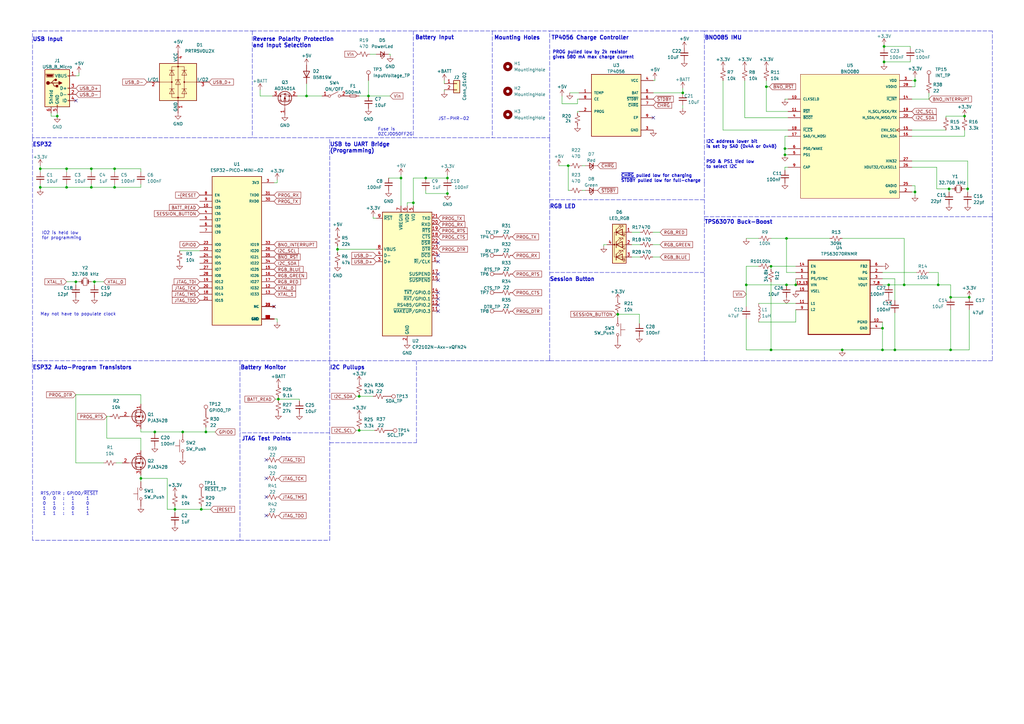
<source format=kicad_sch>
(kicad_sch (version 20211123) (generator eeschema)
  (paper "A3")
  (junction (at 125.73 39.37))
  (junction (at 362.585 25.4))
  (junction (at 396.875 77.47))
  (junction (at 16.51 69.215))
  (junction (at 37.465 76.835))
  (junction (at 183.515 79.375))
  (junction (at 280.035 38.1))
  (junction (at 322.58 116.84))
  (junction (at 74.93 177.165))
  (junction (at 147.32 162.56))
  (junction (at 316.23 143.51))
  (junction (at 384.81 116.84))
  (junction (at 314.325 35.56))
  (junction (at 362.585 19.05))
  (junction (at 27.305 76.835))
  (junction (at 233.045 67.945))
  (junction (at 27.305 69.215))
  (junction (at 63.5 177.165))
  (junction (at 389.255 77.47))
  (junction (at 321.945 63.5))
  (junction (at 84.455 177.165))
  (junction (at 361.95 143.51))
  (junction (at 23.495 47.625))
  (junction (at 57.785 196.215))
  (junction (at 364.49 116.84))
  (junction (at 164.465 73.025))
  (junction (at 37.465 69.215))
  (junction (at 389.89 121.92))
  (junction (at 367.03 143.51))
  (junction (at 370.84 116.84))
  (junction (at 174.625 73.025))
  (junction (at 169.545 83.185))
  (junction (at 316.23 109.22))
  (junction (at 31.115 115.57))
  (junction (at 114.173 163.703))
  (junction (at 46.99 76.835))
  (junction (at 361.95 134.62))
  (junction (at 345.44 143.51))
  (junction (at 82.55 208.915))
  (junction (at 46.99 69.215))
  (junction (at 322.58 97.79))
  (junction (at 151.13 39.37))
  (junction (at 326.39 116.84))
  (junction (at 397.51 121.92))
  (junction (at 375.285 33.02))
  (junction (at 306.07 116.84))
  (junction (at 16.51 76.835))
  (junction (at 147.32 176.53))
  (junction (at 183.515 73.025))
  (junction (at 395.605 47.625))
  (junction (at 38.735 115.57))
  (junction (at 71.755 208.915))
  (junction (at 375.285 78.74))
  (junction (at 138.43 102.235))
  (junction (at 321.945 60.96))
  (junction (at 253.365 128.905))
  (junction (at 389.89 143.51))
  (no_connect (at 179.705 104.775))
  (no_connect (at 31.115 41.275))
  (no_connect (at 179.705 107.315))
  (no_connect (at 109.22 211.455))
  (no_connect (at 109.22 203.835))
  (no_connect (at 109.22 196.215))
  (no_connect (at 109.22 188.595))
  (no_connect (at 179.705 114.935))
  (no_connect (at 179.705 122.555))
  (no_connect (at 179.705 127.635))
  (no_connect (at 179.705 125.095))
  (no_connect (at 112.395 125.73))
  (no_connect (at 179.705 99.695))
  (no_connect (at 179.705 112.395))
  (no_connect (at 179.705 120.015))
  (no_connect (at 267.97 48.26))
  (wire (pts (xy 167.005 83.185) (xy 167.005 84.455)))
  (polyline (pts (xy 135.255 56.515) (xy 225.425 56.515)))
  (polyline (pts (xy 225.425 81.915) (xy 288.925 81.915)))
  (polyline (pts (xy 13.335 56.515) (xy 13.335 12.7)))
  (wire (pts (xy 321.945 60.96) (xy 321.945 63.5)))
  (wire (pts (xy 164.465 73.025) (xy 159.385 73.025)))
  (wire (pts (xy 374.015 40.64) (xy 381 40.64)))
  (polyline (pts (xy 288.925 74.93) (xy 288.925 12.7)))
  (wire (pts (xy 270.764 95.25) (xy 267.716 95.25)))
  (wire (pts (xy 236.855 42.545) (xy 230.505 42.545)))
  (wire (pts (xy 57.785 175.895) (xy 57.785 177.165)))
  (wire (pts (xy 57.785 76.835) (xy 57.785 75.565)))
  (wire (pts (xy 20.955 47.625) (xy 23.495 47.625)))
  (polyline (pts (xy 135.255 181.61) (xy 170.815 181.61)))
  (wire (pts (xy 169.545 83.185) (xy 167.005 83.185)))
  (wire (pts (xy 270.764 100.33) (xy 267.716 100.33)))
  (wire (pts (xy 20.955 46.355) (xy 20.955 47.625)))
  (wire (pts (xy 233.68 38.1) (xy 237.49 38.1)))
  (wire (pts (xy 63.5 177.165) (xy 74.93 177.165)))
  (wire (pts (xy 147.32 162.56) (xy 153.035 162.56)))
  (wire (pts (xy 138.43 102.235) (xy 154.305 102.235)))
  (wire (pts (xy 361.95 143.51) (xy 345.44 143.51)))
  (wire (pts (xy 384.81 116.84) (xy 389.89 116.84)))
  (wire (pts (xy 16.51 69.215) (xy 27.305 69.215)))
  (wire (pts (xy 106.68 39.37) (xy 106.68 36.83)))
  (polyline (pts (xy 98.425 221.615) (xy 13.335 221.615)))
  (wire (pts (xy 314.325 35.56) (xy 314.325 33.02)))
  (wire (pts (xy 236.855 40.64) (xy 236.855 42.545)))
  (wire (pts (xy 311.15 109.22) (xy 306.07 109.22)))
  (polyline (pts (xy 225.425 111.76) (xy 288.925 111.76)))
  (wire (pts (xy 153.035 88.9) (xy 153.035 89.535)))
  (polyline (pts (xy 98.425 221.615) (xy 135.255 221.615)))
  (wire (pts (xy 321.945 55.88) (xy 323.215 55.88)))
  (wire (pts (xy 238.76 78.105) (xy 240.03 78.105)))
  (wire (pts (xy 280.035 43.18) (xy 280.035 44.45)))
  (wire (pts (xy 43.815 170.815) (xy 45.085 170.815)))
  (wire (pts (xy 31.115 161.925) (xy 31.115 189.865)))
  (wire (pts (xy 381 38.1) (xy 381 40.64)))
  (wire (pts (xy 31.115 116.84) (xy 31.115 115.57)))
  (wire (pts (xy 253.365 128.905) (xy 253.365 130.175)))
  (wire (pts (xy 389.89 127) (xy 389.89 143.51)))
  (polyline (pts (xy 407.035 147.955) (xy 288.925 147.955)))
  (wire (pts (xy 46.99 76.835) (xy 57.785 76.835)))
  (wire (pts (xy 305.435 33.02) (xy 305.435 48.26)))
  (wire (pts (xy 238.76 67.945) (xy 240.03 67.945)))
  (polyline (pts (xy 103.505 12.7) (xy 103.505 56.515)))
  (wire (pts (xy 361.95 132.08) (xy 361.95 134.62)))
  (wire (pts (xy 147.32 176.53) (xy 153.67 176.53)))
  (wire (pts (xy 364.49 116.84) (xy 361.95 116.84)))
  (wire (pts (xy 74.93 177.165) (xy 74.93 177.8)))
  (polyline (pts (xy 170.815 181.61) (xy 170.815 147.955)))
  (wire (pts (xy 389.255 77.47) (xy 390.525 77.47)))
  (wire (pts (xy 47.625 189.865) (xy 50.165 189.865)))
  (wire (pts (xy 270.764 105.41) (xy 267.716 105.41)))
  (wire (pts (xy 57.785 69.215) (xy 46.99 69.215)))
  (wire (pts (xy 27.305 69.215) (xy 27.305 70.485)))
  (polyline (pts (xy 225.425 147.955) (xy 135.255 147.955)))
  (wire (pts (xy 268.605 33.02) (xy 267.97 33.02)))
  (wire (pts (xy 169.545 73.025) (xy 174.625 73.025)))
  (wire (pts (xy 146.05 176.53) (xy 147.32 176.53)))
  (wire (pts (xy 362.585 25.4) (xy 362.585 26.035)))
  (wire (pts (xy 112.903 163.703) (xy 114.173 163.703)))
  (wire (pts (xy 321.945 60.96) (xy 323.215 60.96)))
  (wire (pts (xy 114.173 163.703) (xy 114.173 164.338)))
  (wire (pts (xy 82.55 208.915) (xy 86.36 208.915)))
  (wire (pts (xy 27.305 115.57) (xy 31.115 115.57)))
  (wire (pts (xy 306.07 97.79) (xy 311.15 97.79)))
  (wire (pts (xy 262.636 100.33) (xy 259.08 100.33)))
  (wire (pts (xy 146.05 162.56) (xy 147.32 162.56)))
  (wire (pts (xy 182.245 33.02) (xy 182.245 34.29)))
  (wire (pts (xy 63.5 177.165) (xy 63.5 177.8)))
  (wire (pts (xy 316.23 115.57) (xy 316.23 143.51)))
  (polyline (pts (xy 288.925 147.955) (xy 225.425 147.955)))
  (wire (pts (xy 262.255 132.715) (xy 262.255 128.905)))
  (wire (pts (xy 345.44 97.79) (xy 370.84 97.79)))
  (wire (pts (xy 321.945 63.5) (xy 323.215 63.5)))
  (wire (pts (xy 38.735 115.57) (xy 42.545 115.57)))
  (wire (pts (xy 230.505 42.545) (xy 230.505 39.37)))
  (wire (pts (xy 182.245 36.83) (xy 182.245 37.465)))
  (wire (pts (xy 37.465 76.835) (xy 46.99 76.835)))
  (wire (pts (xy 387.985 47.625) (xy 395.605 47.625)))
  (wire (pts (xy 57.785 177.165) (xy 63.5 177.165)))
  (wire (pts (xy 84.455 175.26) (xy 84.455 177.165)))
  (wire (pts (xy 247.65 100.33) (xy 248.92 100.33)))
  (wire (pts (xy 16.51 67.945) (xy 16.51 69.215)))
  (wire (pts (xy 321.945 69.85) (xy 321.945 68.58)))
  (wire (pts (xy 311.15 124.46) (xy 326.39 124.46)))
  (wire (pts (xy 114.173 163.703) (xy 122.809 163.703)))
  (wire (pts (xy 125.73 39.37) (xy 125.73 34.29)))
  (wire (pts (xy 151.13 39.37) (xy 160.02 39.37)))
  (wire (pts (xy 326.39 111.76) (xy 322.58 111.76)))
  (wire (pts (xy 306.07 130.81) (xy 306.07 143.51)))
  (polyline (pts (xy 201.93 12.7) (xy 201.93 56.515)))
  (wire (pts (xy 253.365 128.27) (xy 253.365 128.905)))
  (wire (pts (xy 374.015 53.34) (xy 387.985 53.34)))
  (polyline (pts (xy 225.425 56.515) (xy 225.425 147.955)))
  (polyline (pts (xy 13.335 147.955) (xy 135.255 147.955)))
  (wire (pts (xy 37.465 69.215) (xy 37.465 70.485)))
  (wire (pts (xy 375.285 35.56) (xy 375.285 33.02)))
  (wire (pts (xy 268.605 32.385) (xy 268.605 33.02)))
  (wire (pts (xy 68.58 196.215) (xy 68.58 208.915)))
  (polyline (pts (xy 225.425 147.955) (xy 225.425 147.32)))
  (wire (pts (xy 384.175 77.47) (xy 389.255 77.47)))
  (wire (pts (xy 374.015 35.56) (xy 375.285 35.56)))
  (wire (pts (xy 46.99 69.215) (xy 37.465 69.215)))
  (wire (pts (xy 305.435 48.26) (xy 323.215 48.26)))
  (wire (pts (xy 384.175 77.47) (xy 384.175 68.58)))
  (polyline (pts (xy 135.255 177.546) (xy 98.425 177.546)))
  (wire (pts (xy 32.385 29.845) (xy 32.385 31.115)))
  (wire (pts (xy 71.755 208.915) (xy 71.755 210.185)))
  (wire (pts (xy 306.07 116.84) (xy 306.07 125.73)))
  (wire (pts (xy 361.95 114.3) (xy 367.03 114.3)))
  (wire (pts (xy 16.51 69.215) (xy 16.51 70.485)))
  (wire (pts (xy 370.84 97.79) (xy 370.84 116.84)))
  (wire (pts (xy 169.545 83.185) (xy 169.545 73.025)))
  (wire (pts (xy 71.755 208.915) (xy 68.58 208.915)))
  (wire (pts (xy 316.23 97.79) (xy 322.58 97.79)))
  (wire (pts (xy 233.68 67.945) (xy 233.045 67.945)))
  (wire (pts (xy 389.89 121.92) (xy 397.51 121.92)))
  (wire (pts (xy 267.97 38.1) (xy 280.035 38.1)))
  (wire (pts (xy 112.395 74.93) (xy 113.665 74.93)))
  (wire (pts (xy 396.875 77.47) (xy 396.875 66.04)))
  (wire (pts (xy 396.875 77.47) (xy 396.875 78.74)))
  (wire (pts (xy 82.55 207.645) (xy 82.55 208.915)))
  (wire (pts (xy 395.605 55.88) (xy 395.605 53.34)))
  (wire (pts (xy 27.305 76.835) (xy 37.465 76.835)))
  (wire (pts (xy 16.51 75.565) (xy 16.51 76.835)))
  (wire (pts (xy 362.585 19.05) (xy 362.585 19.685)))
  (wire (pts (xy 174.625 73.025) (xy 183.515 73.025)))
  (polyline (pts (xy 13.335 56.515) (xy 13.335 147.955)))
  (wire (pts (xy 397.51 143.51) (xy 389.89 143.51)))
  (wire (pts (xy 23.495 46.355) (xy 23.495 47.625)))
  (wire (pts (xy 389.89 116.84) (xy 389.89 121.92)))
  (wire (pts (xy 316.23 143.51) (xy 345.44 143.51)))
  (wire (pts (xy 374.015 55.88) (xy 395.605 55.88)))
  (wire (pts (xy 32.385 31.115) (xy 31.115 31.115)))
  (wire (pts (xy 147.32 39.37) (xy 151.13 39.37)))
  (wire (pts (xy 367.03 128.27) (xy 367.03 143.51)))
  (wire (pts (xy 373.38 25.4) (xy 373.38 24.765)))
  (wire (pts (xy 164.465 71.755) (xy 164.465 73.025)))
  (wire (pts (xy 389.255 78.74) (xy 389.255 77.47)))
  (wire (pts (xy 233.045 78.105) (xy 233.68 78.105)))
  (wire (pts (xy 160.02 22.86) (xy 160.02 22.225)))
  (wire (pts (xy 362.585 24.765) (xy 362.585 25.4)))
  (wire (pts (xy 153.035 89.535) (xy 154.305 89.535)))
  (polyline (pts (xy 407.035 88.9) (xy 407.035 147.955)))
  (wire (pts (xy 374.015 33.02) (xy 375.285 33.02)))
  (wire (pts (xy 375.285 31.75) (xy 375.285 33.02)))
  (wire (pts (xy 57.785 179.705) (xy 57.785 184.785)))
  (wire (pts (xy 375.285 76.2) (xy 375.285 78.74)))
  (wire (pts (xy 321.945 55.88) (xy 321.945 60.96)))
  (wire (pts (xy 37.465 75.565) (xy 37.465 76.835)))
  (wire (pts (xy 397.51 127) (xy 397.51 143.51)))
  (polyline (pts (xy 225.425 12.7) (xy 288.925 12.7)))
  (wire (pts (xy 121.92 39.37) (xy 125.73 39.37)))
  (wire (pts (xy 387.985 48.26) (xy 387.985 47.625)))
  (wire (pts (xy 322.58 111.76) (xy 322.58 97.79)))
  (wire (pts (xy 362.585 25.4) (xy 373.38 25.4)))
  (wire (pts (xy 57.785 194.945) (xy 57.785 196.215)))
  (wire (pts (xy 138.43 100.965) (xy 138.43 102.235)))
  (wire (pts (xy 111.76 39.37) (xy 106.68 39.37)))
  (wire (pts (xy 38.735 115.57) (xy 38.735 116.84)))
  (wire (pts (xy 57.785 196.215) (xy 57.785 197.485)))
  (polyline (pts (xy 135.255 147.955) (xy 135.255 56.515)))
  (polyline (pts (xy 169.545 12.7) (xy 169.545 56.515)))
  (wire (pts (xy 367.03 143.51) (xy 361.95 143.51)))
  (wire (pts (xy 373.38 19.05) (xy 373.38 19.685)))
  (wire (pts (xy 71.755 207.645) (xy 71.755 208.915)))
  (polyline (pts (xy 225.425 56.515) (xy 225.425 12.7)))
  (wire (pts (xy 73.66 102.87) (xy 81.915 102.87)))
  (wire (pts (xy 233.045 67.945) (xy 233.045 78.105)))
  (wire (pts (xy 381 111.76) (xy 384.81 111.76)))
  (wire (pts (xy 57.785 196.215) (xy 68.58 196.215)))
  (wire (pts (xy 384.175 68.58) (xy 374.015 68.58)))
  (wire (pts (xy 280.035 36.195) (xy 280.035 38.1)))
  (wire (pts (xy 370.84 116.84) (xy 384.81 116.84)))
  (wire (pts (xy 233.045 67.945) (xy 229.235 67.945)))
  (wire (pts (xy 314.325 45.72) (xy 323.215 45.72)))
  (wire (pts (xy 236.855 45.72) (xy 237.49 45.72)))
  (wire (pts (xy 315.595 35.56) (xy 314.325 35.56)))
  (polyline (pts (xy 135.255 147.955) (xy 135.255 177.546)))
  (wire (pts (xy 316.23 109.22) (xy 316.23 110.49)))
  (wire (pts (xy 311.15 132.08) (xy 326.39 132.08)))
  (wire (pts (xy 370.84 116.84) (xy 364.49 116.84)))
  (wire (pts (xy 46.99 75.565) (xy 46.99 76.835)))
  (wire (pts (xy 236.855 40.64) (xy 237.49 40.64)))
  (polyline (pts (xy 201.93 12.7) (xy 225.425 12.7)))
  (polyline (pts (xy 98.425 147.955) (xy 98.425 221.615)))
  (wire (pts (xy 262.636 105.41) (xy 259.08 105.41)))
  (wire (pts (xy 375.285 78.74) (xy 375.285 80.01)))
  (wire (pts (xy 147.32 176.53) (xy 147.32 175.895)))
  (polyline (pts (xy 135.255 221.615) (xy 135.255 177.165)))
  (wire (pts (xy 160.02 22.225) (xy 159.385 22.225)))
  (wire (pts (xy 384.81 111.76) (xy 384.81 116.84)))
  (wire (pts (xy 183.515 78.105) (xy 183.515 79.375)))
  (wire (pts (xy 314.325 35.56) (xy 314.325 45.72)))
  (wire (pts (xy 326.39 132.08) (xy 326.39 127)))
  (wire (pts (xy 326.39 114.3) (xy 326.39 116.84)))
  (wire (pts (xy 31.115 189.865) (xy 42.545 189.865)))
  (wire (pts (xy 16.51 76.835) (xy 27.305 76.835)))
  (wire (pts (xy 16.51 76.835) (xy 16.51 77.47)))
  (wire (pts (xy 296.545 53.34) (xy 296.545 33.02)))
  (wire (pts (xy 74.93 177.165) (xy 84.455 177.165)))
  (wire (pts (xy 122.809 164.465) (xy 122.809 163.703)))
  (wire (pts (xy 389.89 143.51) (xy 367.03 143.51)))
  (wire (pts (xy 37.465 69.215) (xy 27.305 69.215)))
  (wire (pts (xy 84.455 177.165) (xy 88.265 177.165)))
  (wire (pts (xy 375.285 78.74) (xy 374.015 78.74)))
  (wire (pts (xy 138.43 102.235) (xy 138.43 103.505)))
  (wire (pts (xy 361.95 134.62) (xy 361.95 143.51)))
  (wire (pts (xy 322.58 116.84) (xy 326.39 116.84)))
  (polyline (pts (xy 13.335 12.7) (xy 103.505 12.7)))
  (polyline (pts (xy 103.505 12.7) (xy 169.545 12.7)))
  (wire (pts (xy 37.465 115.57) (xy 38.735 115.57)))
  (wire (pts (xy 321.945 40.64) (xy 323.215 40.64)))
  (wire (pts (xy 247.65 100.965) (xy 247.65 100.33)))
  (wire (pts (xy 31.115 115.57) (xy 32.385 115.57)))
  (wire (pts (xy 114.173 163.068) (xy 114.173 163.703)))
  (wire (pts (xy 113.665 130.81) (xy 112.395 130.81)))
  (wire (pts (xy 367.03 114.3) (xy 367.03 123.19)))
  (wire (pts (xy 396.875 66.04) (xy 374.015 66.04)))
  (wire (pts (xy 183.515 79.375) (xy 174.625 79.375)))
  (wire (pts (xy 306.07 143.51) (xy 316.23 143.51)))
  (wire (pts (xy 151.765 22.225) (xy 154.305 22.225)))
  (wire (pts (xy 57.785 70.485) (xy 57.785 69.215)))
  (wire (pts (xy 252.73 128.905) (xy 253.365 128.905)))
  (wire (pts (xy 174.625 79.375) (xy 174.625 78.105)))
  (wire (pts (xy 262.636 95.25) (xy 259.08 95.25)))
  (wire (pts (xy 262.255 128.905) (xy 253.365 128.905)))
  (wire (pts (xy 71.755 208.915) (xy 82.55 208.915)))
  (wire (pts (xy 169.545 83.185) (xy 169.545 84.455)))
  (wire (pts (xy 183.515 71.755) (xy 183.515 73.025)))
  (polyline (pts (xy 407.035 88.9) (xy 407.035 12.7)))
  (wire (pts (xy 395.605 77.47) (xy 396.875 77.47)))
  (wire (pts (xy 236.855 46.355) (xy 236.855 45.72)))
  (wire (pts (xy 57.785 161.925) (xy 31.115 161.925)))
  (wire (pts (xy 43.815 179.705) (xy 57.785 179.705)))
  (wire (pts (xy 46.99 69.215) (xy 46.99 70.485)))
  (wire (pts (xy 306.07 109.22) (xy 306.07 116.84)))
  (wire (pts (xy 374.015 76.2) (xy 375.285 76.2)))
  (polyline (pts (xy 13.335 221.615) (xy 13.335 145.415)))
  (wire (pts (xy 323.215 53.34) (xy 296.545 53.34)))
  (wire (pts (xy 322.58 97.79) (xy 340.36 97.79)))
  (wire (pts (xy 151.13 33.02) (xy 151.13 39.37)))
  (polyline (pts (xy 169.545 12.7) (xy 201.93 12.7)))
  (polyline (pts (xy 407.035 12.7) (xy 288.925 12.7)))
  (wire (pts (xy 27.305 75.565) (xy 27.305 76.835)))
  (polyline (pts (xy 288.925 74.93) (xy 288.925 88.9)))
  (wire (pts (xy 362.585 19.05) (xy 373.38 19.05)))
  (polyline (pts (xy 288.925 88.9) (xy 407.035 88.9)))
  (polyline (pts (xy 288.925 147.955) (xy 288.925 88.9)))
  (wire (pts (xy 321.945 68.58) (xy 323.215 68.58)))
  (polyline (pts (xy 135.255 56.515) (xy 13.335 56.515)))
  (wire (pts (xy 147.32 162.56) (xy 147.32 161.925)))
  (wire (pts (xy 57.785 161.925) (xy 57.785 165.735)))
  (wire (pts (xy 164.465 73.025) (xy 164.465 84.455)))
  (wire (pts (xy 395.605 47.625) (xy 395.605 48.26)))
  (wire (pts (xy 361.95 111.76) (xy 375.92 111.76)))
  (wire (pts (xy 125.73 39.37) (xy 132.08 39.37)))
  (wire (pts (xy 316.23 109.22) (xy 326.39 109.22)))
  (wire (pts (xy 43.815 170.815) (xy 43.815 179.705)))
  (wire (pts (xy 113.665 132.08) (xy 113.665 130.81)))
  (wire (pts (xy 362.585 18.415) (xy 362.585 19.05)))
  (wire (pts (xy 113.665 74.93) (xy 113.665 73.66)))
  (wire (pts (xy 306.07 116.84) (xy 322.58 116.84)))
  (text "RTS/DTR : GPIO0/~{RESET}\n 0   0   :   1     1\n 0   1   :   1     0\n 1   0   :   0     1\n 1   1   :   1     1" (at 16.51 211.455 0) (effects (font (size 1.27 1.27)) (justify left bottom)))
  (text "PROG pulled low by 2k resistor\ngives 580 mA max charge current\n" (at 226.568 24.257 0) (effects (font (size 1.27 1.27) bold) (justify left bottom)))
  (text "May not have to populate clock" (at 16.51 129.667 0) (effects (font (size 1.27 1.27)) (justify left bottom)))
  (text "BNO085 IMU" (at 288.925 16.51 0) (effects (font (size 1.6 1.6) (thickness 0.32) bold) (justify left bottom)))
  (text "USB Input" (at 13.335 17.145 0) (effects (font (size 1.6 1.6) (thickness 0.32) bold) (justify left bottom)))
  (text "ESP32\n" (at 13.335 60.325 0) (effects (font (size 1.6 1.6) (thickness 0.32) bold) (justify left bottom)))
  (text "IO2 is held low \nfor programming" (at 17.145 98.425 0) (effects (font (size 1.27 1.27)) (justify left bottom)))
  (text "Mounting Holes" (at 202.565 16.51 0) (effects (font (size 1.6 1.6) (thickness 0.32) bold) (justify left bottom)))
  (text "Reverse Polarity Protection\nand Input Selection" (at 103.505 19.685 0) (effects (font (size 1.6 1.6) (thickness 0.32) bold) (justify left bottom)))
  (text "JST-PHR-02" (at 179.705 49.53 0) (effects (font (size 1.27 1.27)) (justify left bottom)))
  (text "I2C address lower bit \nis set by SA0 (0x4A or 0x4B)" (at 289.56 60.96 0) (effects (font (size 1.27 1.27) bold) (justify left bottom)))
  (text "Fuse is\n0ZCJ0050FF2G" (at 154.94 55.88 0) (effects (font (size 1.27 1.27)) (justify left bottom)))
  (text "Battery Monitor\n" (at 98.552 151.765 0) (effects (font (size 1.6 1.6) (thickness 0.32) bold) (justify left bottom)))
  (text "USB to UART Bridge\n(Programming)" (at 135.255 62.865 0) (effects (font (size 1.6 1.6) (thickness 0.32) bold) (justify left bottom)))
  (text "JTAG Test Points" (at 99.06 180.975 0) (effects (font (size 1.6 1.6) (thickness 0.32) bold) (justify left bottom)))
  (text "I2C Pullups" (at 135.255 151.765 0) (effects (font (size 1.6 1.6) (thickness 0.32) bold) (justify left bottom)))
  (text "Session Button\n" (at 225.425 115.57 0) (effects (font (size 1.6 1.6) (thickness 0.32) bold) (justify left bottom)))
  (text "~{CHRG} pulled low for charging\n~{STDBY} pulled low for full-charge" (at 254.635 74.93 0) (effects (font (size 1.27 1.27) bold) (justify left bottom)))
  (text "ESP32 Auto-Program Transistors" (at 13.335 151.765 0) (effects (font (size 1.6 1.6) (thickness 0.32) bold) (justify left bottom)))
  (text "RGB LED" (at 225.425 85.725 0) (effects (font (size 1.6 1.6) (thickness 0.32) bold) (justify left bottom)))
  (text "Battery Input" (at 170.18 16.4063 0) (effects (font (size 1.6 1.6) (thickness 0.32) bold) (justify left bottom)))
  (text "PS0 & PS1 tied low \nto select I2C" (at 289.56 69.215 0) (effects (font (size 1.27 1.27) bold) (justify left bottom)))
  (text "TP4056 Charge Controller" (at 226.06 16.51 0) (effects (font (size 1.6 1.6) (thickness 0.32) bold) (justify left bottom)))
  (text "TPS63070 Buck-Boost" (at 288.925 92.075 0) (effects (font (size 1.6 1.6) (thickness 0.32) bold) (justify left bottom)))
  (global_label "XTAL_0" (shape input) (at 42.545 115.57 0) (property "Intersheet References" "${INTERSHEET_REFS}" (effects hide)))
  (global_label "USB_D-" (shape input) (at 31.115 38.735 0) (property "Intersheet References" "${INTERSHEET_REFS}" (effects hide)))
  (global_label "PROG_RX" (shape input) (at 210.185 104.775 0) (property "Intersheet References" "${INTERSHEET_REFS}" (effects hide)))
  (global_label "GPIO0" (shape input) (at 88.265 177.165 0) (property "Intersheet References" "${INTERSHEET_REFS}" (effects hide)))
  (global_label "USB_D-" (shape input) (at 154.305 104.775 180) (property "Intersheet References" "${INTERSHEET_REFS}" (effects hide)))
  (global_label "I2C_SCL" (shape input) (at 146.05 176.53 180) (property "Intersheet References" "${INTERSHEET_REFS}" (effects hide)))
  (global_label "~{STDBY}" (shape input) (at 245.11 78.105 0) (property "Intersheet References" "${INTERSHEET_REFS}" (effects hide)))
  (global_label "SESSION_BUTTON" (shape input) (at 81.915 87.63 180) (property "Intersheet References" "${INTERSHEET_REFS}" (effects hide)))
  (global_label "PROG_DTR" (shape input) (at 31.115 161.925 180) (property "Intersheet References" "${INTERSHEET_REFS}" (effects hide)))
  (global_label "RGB_RED" (shape input) (at 270.764 95.25 0) (property "Intersheet References" "${INTERSHEET_REFS}" (effects hide)))
  (global_label "JTAG_TDO" (shape input) (at 114.3 211.455 0) (property "Intersheet References" "${INTERSHEET_REFS}" (effects hide)))
  (global_label "PROG_RTS" (shape input) (at 210.185 112.395 0) (property "Intersheet References" "${INTERSHEET_REFS}" (effects hide)))
  (global_label "~{RESET" (shape input) (at 81.915 80.01 180) (property "Intersheet References" "${INTERSHEET_REFS}" (effects hide)))
  (global_label "PROG_TX" (shape input) (at 210.185 97.155 0) (property "Intersheet References" "${INTERSHEET_REFS}" (effects hide)))
  (global_label "XTAL_0" (shape input) (at 112.395 118.11 0) (property "Intersheet References" "${INTERSHEET_REFS}" (effects hide)))
  (global_label "BATT_READ" (shape input) (at 112.903 163.703 180) (property "Intersheet References" "${INTERSHEET_REFS}" (effects hide)))
  (global_label "I2C_SDA" (shape input) (at 146.05 162.56 180) (property "Intersheet References" "${INTERSHEET_REFS}" (effects hide)))
  (global_label "~{BNO_RST}" (shape input) (at 112.395 105.41 0) (property "Intersheet References" "${INTERSHEET_REFS}" (effects hide)))
  (global_label "~{BNO_RST}" (shape input) (at 315.595 35.56 0) (property "Intersheet References" "${INTERSHEET_REFS}" (effects hide)))
  (global_label "RGB_GREEN" (shape input) (at 112.395 113.03 0) (property "Intersheet References" "${INTERSHEET_REFS}" (effects hide)))
  (global_label "~{STDBY}" (shape input) (at 267.97 40.64 0) (property "Intersheet References" "${INTERSHEET_REFS}" (effects hide)))
  (global_label "I2C_SDA" (shape input) (at 374.015 48.26 0) (property "Intersheet References" "${INTERSHEET_REFS}" (effects hide)))
  (global_label "JTAG_TDO" (shape input) (at 81.915 123.19 180) (property "Intersheet References" "${INTERSHEET_REFS}" (effects hide)))
  (global_label "JTAG_TDI" (shape input) (at 114.3 188.595 0) (property "Intersheet References" "${INTERSHEET_REFS}" (effects hide)))
  (global_label "RGB_BLUE" (shape input) (at 270.764 105.41 0) (property "Intersheet References" "${INTERSHEET_REFS}" (effects hide)))
  (global_label "XTAL_1" (shape input) (at 27.305 115.57 180) (property "Intersheet References" "${INTERSHEET_REFS}" (effects hide)))
  (global_label "Vin" (shape input) (at 146.685 22.225 180) (property "Intersheet References" "${INTERSHEET_REFS}" (effects hide)))
  (global_label "PROG_DTR" (shape input) (at 210.185 127.635 0) (property "Intersheet References" "${INTERSHEET_REFS}" (effects hide)))
  (global_label "Vin" (shape input) (at 306.07 120.65 180) (property "Intersheet References" "${INTERSHEET_REFS}" (effects hide)))
  (global_label "JTAG_TCK" (shape input) (at 81.915 118.11 180) (property "Intersheet References" "${INTERSHEET_REFS}" (effects hide)))
  (global_label "USB_D+" (shape input) (at 154.305 107.315 180) (property "Intersheet References" "${INTERSHEET_REFS}" (effects hide)))
  (global_label "JTAG_TMS" (shape input) (at 114.3 203.835 0) (property "Intersheet References" "${INTERSHEET_REFS}" (effects hide)))
  (global_label "GPIO0" (shape input) (at 81.915 100.33 180) (property "Intersheet References" "${INTERSHEET_REFS}" (effects hide)))
  (global_label "PROG_RTS" (shape input) (at 43.815 170.815 180) (property "Intersheet References" "${INTERSHEET_REFS}" (effects hide)))
  (global_label "I2C_SCL" (shape input) (at 112.395 102.87 0) (property "Intersheet References" "${INTERSHEET_REFS}" (effects hide)))
  (global_label "PROG_TX" (shape input) (at 179.705 89.535 0) (property "Intersheet References" "${INTERSHEET_REFS}" (effects hide)))
  (global_label "I2C_SDA" (shape input) (at 112.395 107.95 0) (property "Intersheet References" "${INTERSHEET_REFS}" (effects hide)))
  (global_label "USB_D+" (shape input) (at 85.725 33.655 0) (property "Intersheet References" "${INTERSHEET_REFS}" (effects hide)))
  (global_label "USB_D-" (shape input) (at 60.325 33.655 180) (property "Intersheet References" "${INTERSHEET_REFS}" (effects hide)))
  (global_label "PROG_CTS" (shape input) (at 179.705 97.155 0) (property "Intersheet References" "${INTERSHEET_REFS}" (effects hide)))
  (global_label "JTAG_TDI" (shape input) (at 81.915 115.57 180) (property "Intersheet References" "${INTERSHEET_REFS}" (effects hide)))
  (global_label "BATT_READ" (shape input) (at 81.915 85.09 180) (property "Intersheet References" "${INTERSHEET_REFS}" (effects hide)))
  (global_label "~{CHRG}" (shape input) (at 267.97 43.18 0) (property "Intersheet References" "${INTERSHEET_REFS}" (effects hide)))
  (global_label "RGB_BLUE" (shape input) (at 112.395 110.49 0) (property "Intersheet References" "${INTERSHEET_REFS}" (effects hide)))
  (global_label "BNO_INTERRUPT" (shape input) (at 381 40.64 0) (property "Intersheet References" "${INTERSHEET_REFS}" (effects hide)))
  (global_label "PROG_DTR" (shape input) (at 179.705 102.235 0) (property "Intersheet References" "${INTERSHEET_REFS}" (effects hide)))
  (global_label "XTAL_1" (shape input) (at 112.395 120.65 0) (property "Intersheet References" "${INTERSHEET_REFS}" (effects hide)))
  (global_label "PROG_RTS" (shape input) (at 179.705 94.615 0) (property "Intersheet References" "${INTERSHEET_REFS}" (effects hide)))
  (global_label "I2C_SCL" (shape input) (at 374.015 45.72 0) (property "Intersheet References" "${INTERSHEET_REFS}" (effects hide)))
  (global_label "PROG_RX" (shape input) (at 179.705 92.075 0) (property "Intersheet References" "${INTERSHEET_REFS}" (effects hide)))
  (global_label "JTAG_TMS" (shape input) (at 81.915 120.65 180) (property "Intersheet References" "${INTERSHEET_REFS}" (effects hide)))
  (global_label "PROG_CTS" (shape input) (at 210.185 120.015 0) (property "Intersheet References" "${INTERSHEET_REFS}" (effects hide)))
  (global_label "Vin" (shape input) (at 160.02 39.37 0) (property "Intersheet References" "${INTERSHEET_REFS}" (effects hide)))
  (global_label "~{RESET" (shape input) (at 86.36 208.915 0) (property "Intersheet References" "${INTERSHEET_REFS}" (effects hide)))
  (global_label "RGB_GREEN" (shape input) (at 270.764 100.33 0) (property "Intersheet References" "${INTERSHEET_REFS}" (effects hide)))
  (global_label "SESSION_BUTTON" (shape input) (at 252.73 128.905 180) (property "Intersheet References" "${INTERSHEET_REFS}" (effects hide)))
  (global_label "RGB_RED" (shape input) (at 112.395 115.57 0) (property "Intersheet References" "${INTERSHEET_REFS}" (effects hide)))
  (global_label "BNO_INTERRUPT" (shape input) (at 112.395 100.33 0) (property "Intersheet References" "${INTERSHEET_REFS}" (effects hide)))
  (global_label "USB_D+" (shape input) (at 31.115 36.195 0) (property "Intersheet References" "${INTERSHEET_REFS}" (effects hide)))
  (global_label "PROG_RX" (shape input) (at 112.395 80.01 0) (property "Intersheet References" "${INTERSHEET_REFS}" (effects hide)))
  (global_label "JTAG_TCK" (shape input) (at 114.3 196.215 0) (property "Intersheet References" "${INTERSHEET_REFS}" (effects hide)))
  (global_label "~{CHRG}" (shape input) (at 245.11 67.945 0) (property "Intersheet References" "${INTERSHEET_REFS}" (effects hide)))
  (global_label "PROG_TX" (shape input) (at 112.395 82.55 0) (property "Intersheet References" "${INTERSHEET_REFS}" (effects hide)))
  (symbol (lib_id "power:GND") (at 306.07 97.79 0) (unit 1)
    (property "Reference" "#PWR04" (effects hide))
    (property "Value" "GND" (effects hide))
  )
  (symbol (lib_id "Device:R_Small_US") (at 265.176 105.41 90) (unit 1)
    (property "Reference" "R28" (at 261.112 103.378 90))
    (property "Value" "470" (at 265.176 103.378 90))
    (property "Footprint" "Resistor_SMD:R_0603_1608Metric" (effects hide))
  )
  (symbol (lib_id "power:GND") (at 375.285 80.01 0) (unit 1)
    (property "Reference" "#PWR032" (effects hide))
    (property "Value" "GND" (effects hide))
  )
  (symbol (lib_id "Device:R_Small_US") (at 207.645 127.635 90) (unit 1)
    (property "Reference" "R35" (at 207.645 123.0462 90))
    (property "Value" "22" (at 207.645 125.5831 90))
    (property "Footprint" "Resistor_SMD:R_0603_1608Metric" (effects hide))
  )
  (symbol (lib_id "Device:R_Small_US") (at 316.23 113.03 180) (unit 1)
    (property "Reference" "R12" (at 318.77 113.03 90))
    (property "Value" "34.8k" (at 314.198 113.03 90))
    (property "Footprint" "Resistor_SMD:R_0603_1608Metric" (effects hide))
  )
  (symbol (lib_id "Device:LED_Small") (at 156.845 22.225 180) (unit 1)
    (property "Reference" "D5" (at 156.7815 16.51 0))
    (property "Value" "PowerLed" (at 156.7815 19.05 0))
    (property "Footprint" "LED_SMD:LED_0805_2012Metric_Pad1.15x1.40mm_HandSolder" (effects hide))
  )
  (symbol (lib_id "Device:C_Small") (at 71.755 212.725 0) (unit 1)
    (property "Reference" "C2" (at 74.295 211.4612 0) (effects (justify left)))
    (property "Value" "1uF" (at 74.295 214.0012 0) (effects (justify left)))
    (property "Footprint" "Capacitor_SMD:C_0603_1608Metric" (effects hide))
  )
  (symbol (lib_id "power:+3.3V") (at 296.545 27.94 0) (unit 1)
    (property "Reference" "#PWR024" (effects hide))
    (property "Value" "+3.3V" (at 296.545 24.3642 0))
  )
  (symbol (lib_id "power:GND") (at 253.365 140.335 0) (unit 1)
    (property "Reference" "#PWR0123" (effects hide))
    (property "Value" "GND" (effects hide))
  )
  (symbol (lib_id "power:GND") (at 183.515 79.375 0) (unit 1)
    (property "Reference" "#PWR023" (effects hide))
    (property "Value" "GND" (at 183.515 83.82 0))
  )
  (symbol (lib_id "Transistor_FET:AO3401A") (at 116.84 41.91 90) (unit 1)
    (property "Reference" "Q3" (at 116.84 33.7652 90))
    (property "Value" "AO3401A" (at 116.84 36.3021 90))
    (property "Footprint" "Package_TO_SOT_SMD:SOT-23" (effects hide))
    (property "Datasheet" "http://www.aosmd.com/pdfs/datasheet/AO3401A.pdf" (effects hide))
  )
  (symbol (lib_id "Device:R_Small_US") (at 147.32 173.355 0) (unit 1)
    (property "Reference" "R25" (at 149.225 172.0849 0) (effects (justify left)))
    (property "Value" "3.3k" (at 149.225 174.6249 0) (effects (justify left)))
    (property "Footprint" "Resistor_SMD:R_0603_1608Metric" (effects hide))
  )
  (symbol (lib_id "Device:C_Small") (at 280.035 40.64 0) (unit 1)
    (property "Reference" "C21" (at 284.48 39.37 0) (effects (justify right)))
    (property "Value" "10uF" (at 287.02 41.91 0) (effects (justify right)))
    (property "Footprint" "Capacitor_SMD:C_1206_3216Metric" (effects hide))
  )
  (symbol (lib_id "Device:R_Small_US") (at 156.21 176.53 90) (unit 1)
    (property "Reference" "R37" (at 156.21 171.9412 90))
    (property "Value" "22" (at 156.21 174.4781 90))
    (property "Footprint" "Resistor_SMD:R_0603_1608Metric" (effects hide))
  )
  (symbol (lib_id "power:+3.3V") (at 71.755 202.565 0) (unit 1)
    (property "Reference" "#PWR0122" (effects hide))
    (property "Value" "+3.3V" (at 71.755 198.9892 0))
  )
  (symbol (lib_id "Device:C_Small") (at 321.945 72.39 0) (unit 1)
    (property "Reference" "C11" (at 316.865 71.12 0) (effects (justify left)))
    (property "Value" "100nF" (at 314.325 73.66 0) (effects (justify left)))
    (property "Footprint" "Capacitor_SMD:C_0603_1608Metric" (effects hide))
  )
  (symbol (lib_id "power:GND") (at 321.945 74.93 0) (unit 1)
    (property "Reference" "#PWR029" (effects hide))
    (property "Value" "GND" (effects hide))
  )
  (symbol (lib_id "Device:C_Small") (at 367.03 125.73 0) (unit 1)
    (property "Reference" "C13" (at 361.95 124.46 0) (effects (justify left)))
    (property "Value" "100nF" (at 359.41 127 0) (effects (justify left)))
    (property "Footprint" "Capacitor_SMD:C_0603_1608Metric" (effects hide))
  )
  (symbol (lib_id "Device:LED_RGBK") (at 254 100.33 0) (unit 1)
    (property "Reference" "D6" (at 254 86.995 0))
    (property "Value" "LED_RGB" (at 254 89.535 0))
    (property "Footprint" "LED_THT:LED_D5.0mm-4_RGB" (effects hide))
  )
  (symbol (lib_id "Mechanical:MountingHole") (at 208.28 27.305 0) (unit 1)
    (property "Reference" "H1" (at 210.82 26.0349 0) (effects (justify left)))
    (property "Value" "MountingHole" (at 210.82 28.5749 0) (effects (justify left)))
    (property "Footprint" "MountingHole:MountingHole_2.2mm_M2_Pad_Via" (effects hide))
  )
  (symbol (lib_id "power:+5V") (at 32.385 29.845 0) (unit 1)
    (property "Reference" "#PWR02" (effects hide))
    (property "Value" "+5V" (at 32.385 26.035 0))
  )
  (symbol (lib_id "power:GND") (at 74.93 187.96 0) (unit 1)
    (property "Reference" "#PWR0106" (effects hide))
    (property "Value" "GND" (effects hide))
  )
  (symbol (lib_id "Device:R_Small_US") (at 305.435 30.48 0) (unit 1)
    (property "Reference" "R8" (at 307.086 29.6453 0) (effects (justify left)))
    (property "Value" "10k" (at 307.086 32.1822 0) (effects (justify left)))
    (property "Footprint" "Resistor_SMD:R_0603_1608Metric" (effects hide))
  )
  (symbol (lib_id "Switch:SW_Push") (at 74.93 182.88 90) (unit 1)
    (property "Reference" "SW2" (at 76.2 181.6099 90) (effects (justify right)))
    (property "Value" "SW_Push" (at 76.2 184.1499 90) (effects (justify right)))
    (property "Footprint" "Button_Switch_SMD:SW_Push_1P1T_NO_Vertical_Wuerth_434133025816" (effects hide))
  )
  (symbol (lib_id "Device:C_Small") (at 322.58 119.38 0) (unit 1)
    (property "Reference" "C26" (at 317.5 118.11 0) (effects (justify left)))
    (property "Value" "10uF" (at 314.96 120.65 0) (effects (justify left)))
    (property "Footprint" "Capacitor_SMD:C_0603_1608Metric" (effects hide))
  )
  (symbol (lib_id "Device:LED_Small") (at 242.57 67.945 180) (unit 1)
    (property "Reference" "D7" (at 242.5065 63.2292 0))
    (property "Value" "Red" (at 242.5065 65.7661 0))
    (property "Footprint" "LED_SMD:LED_0805_2012Metric_Pad1.15x1.40mm_HandSolder" (effects hide))
  )
  (symbol (lib_id "power:GND") (at 389.255 83.82 0) (unit 1)
    (property "Reference" "#PWR033" (effects hide))
    (property "Value" "GND" (effects hide))
  )
  (symbol (lib_id "power:GND") (at 57.785 207.645 0) (unit 1)
    (property "Reference" "#PWR03" (effects hide))
    (property "Value" "GND" (effects hide))
  )
  (symbol (lib_id "Device:C_Small") (at 389.89 124.46 0) (unit 1)
    (property "Reference" "C14" (at 384.81 123.19 0) (effects (justify left)))
    (property "Value" "10uF" (at 382.27 125.73 0) (effects (justify left)))
    (property "Footprint" "Capacitor_SMD:C_0603_1608Metric" (effects hide))
  )
  (symbol (lib_id "Device:C_Small") (at 174.625 75.565 0) (unit 1)
    (property "Reference" "C9" (at 179.705 74.295 0) (effects (justify right)))
    (property "Value" "1uF" (at 180.975 76.835 0) (effects (justify right)))
    (property "Footprint" "Capacitor_SMD:C_0603_1608Metric" (effects hide))
  )
  (symbol (lib_id "power:+3.3V") (at 395.605 47.625 0) (unit 1)
    (property "Reference" "#PWR034" (effects hide))
    (property "Value" "+3.3V" (at 395.605 43.815 0))
  )
  (symbol (lib_id "Device:R_Small_US") (at 296.545 30.48 0) (unit 1)
    (property "Reference" "R7" (at 298.196 29.6453 0) (effects (justify left)))
    (property "Value" "10k" (at 298.196 32.1822 0) (effects (justify left)))
    (property "Footprint" "Resistor_SMD:R_0603_1608Metric" (effects hide))
  )
  (symbol (lib_id "power:GND") (at 396.875 83.82 0) (unit 1)
    (property "Reference" "#PWR035" (effects hide))
    (property "Value" "GND" (effects hide))
  )
  (symbol (lib_id "power:+3.3V") (at 113.665 73.66 0) (unit 1)
    (property "Reference" "#PWR0132" (effects hide))
    (property "Value" "+3.3V" (at 113.665 70.0842 0))
  )
  (symbol (lib_id "Switch:SW_Push") (at 253.365 135.255 270) (unit 1)
    (property "Reference" "SW3" (at 252.095 134.62 90) (effects (justify right)))
    (property "Value" "SW_Push" (at 252.095 136.525 90) (effects (justify right)))
    (property "Footprint" "Button_Switch_THT:SW_Tactile_SPST_Angled_PTS645Vx58-2LFS" (effects hide))
  )
  (symbol (lib_id "Device:R_Small_US") (at 111.76 188.595 90) (unit 1)
    (property "Reference" "R39" (at 111.76 184.0062 90))
    (property "Value" "22" (at 111.76 186.5431 90))
    (property "Footprint" "Resistor_SMD:R_0603_1608Metric" (effects hide))
  )
  (symbol (lib_id "power:+3.3V") (at 375.285 31.75 0) (unit 1)
    (property "Reference" "#PWR031" (effects hide))
    (property "Value" "+3.3V" (at 375.285 28.1742 0))
  )
  (symbol (lib_id "power:GND") (at 122.809 169.545 0) (unit 1)
    (property "Reference" "#PWR0133" (effects hide))
    (property "Value" "GND" (effects hide))
  )
  (symbol (lib_id "power:GND") (at 63.5 182.88 0) (unit 1)
    (property "Reference" "#PWR0120" (effects hide))
    (property "Value" "GND" (effects hide))
  )
  (symbol (lib_id "Device:R_Small_US") (at 149.225 22.225 90) (unit 1)
    (property "Reference" "R19" (at 149.225 16.51 90))
    (property "Value" "470" (at 149.225 19.05 90))
    (property "Footprint" "Resistor_SMD:R_0603_1608Metric" (effects hide))
  )
  (symbol (lib_id "Device:R_Small_US") (at 73.66 105.41 180) (unit 1)
    (property "Reference" "R3" (at 76.2 104.1399 0) (effects (justify right)))
    (property "Value" "10k" (at 76.2 106.6799 0) (effects (justify right)))
    (property "Footprint" "Resistor_SMD:R_0603_1608Metric" (effects hide))
  )
  (symbol (lib_id "power:GND") (at 233.68 38.1 0) (unit 1)
    (property "Reference" "#PWR0113" (effects hide))
    (property "Value" "GND" (effects hide))
  )
  (symbol (lib_id "power:+5V") (at 164.465 71.755 0) (unit 1)
    (property "Reference" "#PWR020" (effects hide))
    (property "Value" "+5V" (at 164.465 67.945 0))
  )
  (symbol (lib_id "Connector:TestPoint") (at 158.75 176.53 270) (unit 1)
    (property "Reference" "TP14" (at 163.195 176.53 90) (effects (justify left)))
    (property "Value" "SCL_TP" (at 158.75 178.435 90) (effects (justify left)))
    (property "Footprint" "TestPoint:TestPoint_Pad_D1.0mm" (effects hide))
  )
  (symbol (lib_id "Device:C_Small") (at 306.07 128.27 0) (unit 1)
    (property "Reference" "C12" (at 300.99 127 0) (effects (justify left)))
    (property "Value" "47uF" (at 298.45 129.54 0) (effects (justify left)))
    (property "Footprint" "Capacitor_SMD:C_1206_3216Metric_Pad1.33x1.80mm_HandSolder" (effects hide))
  )
  (symbol (lib_id "power:+5V") (at 229.235 67.945 0) (unit 1)
    (property "Reference" "#PWR0130" (effects hide))
    (property "Value" "+5V" (at 229.235 64.135 0))
  )
  (symbol (lib_id "power:+5V") (at 268.605 32.385 0) (unit 1)
    (property "Reference" "#PWR0111" (effects hide))
    (property "Value" "+5V" (at 268.605 28.575 0))
  )
  (symbol (lib_id "power:GND") (at 16.51 77.47 0) (unit 1)
    (property "Reference" "#PWR05" (effects hide))
    (property "Value" "GND" (effects hide))
  )
  (symbol (lib_id "Device:C_Small") (at 373.38 22.225 180) (unit 1)
    (property "Reference" "C24" (at 379.095 20.955 0) (effects (justify left)))
    (property "Value" "100nF" (at 381.635 23.495 0) (effects (justify left)))
    (property "Footprint" "Capacitor_SMD:C_0603_1608Metric" (effects hide))
  )
  (symbol (lib_id "power:GND") (at 73.66 107.95 0) (unit 1)
    (property "Reference" "#PWR0107" (effects hide))
    (property "Value" "GND" (effects hide))
  )
  (symbol (lib_id "power:GND") (at 31.115 121.92 0) (unit 1)
    (property "Reference" "#PWR0109" (effects hide))
    (property "Value" "GND" (effects hide))
  )
  (symbol (lib_id "power:GND") (at 182.245 37.465 0) (unit 1)
    (property "Reference" "#PWR0102" (effects hide))
    (property "Value" "GND" (effects hide))
  )
  (symbol (lib_id "power:GND") (at 280.035 44.45 0) (unit 1)
    (property "Reference" "#PWR0116" (effects hide))
    (property "Value" "GND" (effects hide))
  )
  (symbol (lib_id "power:GND") (at 236.855 51.435 0) (unit 1)
    (property "Reference" "#PWR0114" (effects hide))
    (property "Value" "GND" (effects hide))
  )
  (symbol (lib_id "Device:R_Small_US") (at 314.325 30.48 0) (unit 1)
    (property "Reference" "R11" (at 315.976 29.6453 0) (effects (justify left)))
    (property "Value" "10k" (at 315.976 32.1822 0) (effects (justify left)))
    (property "Footprint" "Resistor_SMD:R_0603_1608Metric" (effects hide))
  )
  (symbol (lib_id "power:GND") (at 116.84 46.99 0) (unit 1)
    (property "Reference" "#PWR014" (effects hide))
    (property "Value" "GND" (at 116.84 51.435 0))
  )
  (symbol (lib_id "Device:R_Small_US") (at 207.645 120.015 90) (unit 1)
    (property "Reference" "R34" (at 207.645 115.4262 90))
    (property "Value" "22" (at 207.645 117.9631 90))
    (property "Footprint" "Resistor_SMD:R_0603_1608Metric" (effects hide))
  )
  (symbol (lib_id "Device:R_Small_US") (at 313.69 97.79 270) (unit 1)
    (property "Reference" "R9" (at 313.69 95.25 90))
    (property "Value" "100k" (at 313.69 99.822 90))
    (property "Footprint" "Resistor_SMD:R_0603_1608Metric" (effects hide))
  )
  (symbol (lib_id "power:GND") (at 262.255 137.795 0) (unit 1)
    (property "Reference" "#PWR0135" (effects hide))
    (property "Value" "GND" (effects hide))
  )
  (symbol (lib_id "power:+3.3V") (at 305.435 27.94 0) (unit 1)
    (property "Reference" "#PWR025" (effects hide))
    (property "Value" "+3.3V" (at 305.435 24.3642 0))
  )
  (symbol (lib_id "Device:C_Small") (at 16.51 73.025 0) (unit 1)
    (property "Reference" "C1" (at 19.05 71.7612 0) (effects (justify left)))
    (property "Value" "10uF" (at 19.05 74.3012 0) (effects (justify left)))
    (property "Footprint" "Capacitor_SMD:C_0603_1608Metric" (effects hide))
  )
  (symbol (lib_id "power:+5V") (at 125.73 26.67 0) (unit 1)
    (property "Reference" "#PWR015" (effects hide))
    (property "Value" "+5V" (at 125.73 22.86 0))
  )
  (symbol (lib_id "TPS63070RNMR:TPS63070RNMR") (at 344.17 121.92 0) (unit 1)
    (property "Reference" "U4" (at 344.17 101.6 0))
    (property "Value" "TPS63070RNMR" (at 344.17 104.14 0))
    (property "Footprint" "TPS63070RNMR:VREG_TPS63070RNMR" (effects hide))
  )
  (symbol (lib_id "Interface_USB:CP2102N-Axx-xQFN24") (at 167.005 112.395 0) (unit 1)
    (property "Reference" "U2" (at 169.0244 139.8254 0) (effects (justify left)))
    (property "Value" "CP2102N-Axx-xQFN24" (at 169.0244 142.3623 0) (effects (justify left)))
    (property "Footprint" "Package_DFN_QFN:QFN-24-1EP_4x4mm_P0.5mm_EP2.6x2.6mm" (effects hide))
    (property "Datasheet" "https://www.silabs.com/documents/public/data-sheets/cp2102n-datasheet.pdf" (effects hide))
  )
  (symbol (lib_id "Device:R_Small_US") (at 236.22 67.945 90) (unit 1)
    (property "Reference" "R22" (at 236.22 61.595 90))
    (property "Value" "470" (at 236.22 64.135 90))
    (property "Footprint" "Resistor_SMD:R_0603_1608Metric" (effects hide))
  )
  (symbol (lib_id "Diode:1N4148") (at 125.73 30.48 90) (unit 1)
    (property "Reference" "D2" (at 128.27 29.2099 90) (effects (justify right)))
    (property "Value" "B5819W" (at 128.27 31.7499 90) (effects (justify right)))
    (property "Footprint" "Diode_SMD:D_1206_3216Metric" (effects hide))
    (property "Datasheet" "https://assets.nexperia.com/documents/data-sheet/1N4148_1N4448.pdf" (effects hide))
  )
  (symbol (lib_id "power:GND") (at 167.005 140.335 0) (unit 1)
    (property "Reference" "#PWR021" (effects hide))
    (property "Value" "GND" (at 167.005 144.78 0))
  )
  (symbol (lib_id "Connector:TestPoint") (at 381 33.02 0) (unit 1)
    (property "Reference" "TP15" (at 383.54 28.4479 0) (effects (justify left)))
    (property "Value" "INT_TP" (at 383.54 30.9879 0) (effects (justify left)))
    (property "Footprint" "TestPoint:TestPoint_Pad_D1.0mm" (effects hide))
  )
  (symbol (lib_id "Connector:TestPoint") (at 84.455 170.18 0) (unit 1)
    (property "Reference" "TP12" (at 85.725 165.735 0) (effects (justify left)))
    (property "Value" "GPIO0_TP" (at 85.725 168.275 0) (effects (justify left)))
    (property "Footprint" "TestPoint:TestPoint_Pad_D1.0mm" (effects hide))
  )
  (symbol (lib_id "power:GND") (at 138.43 108.585 0) (unit 1)
    (property "Reference" "#PWR017" (effects hide))
    (property "Value" "GND" (at 138.43 113.03 0))
  )
  (symbol (lib_id "Device:C_Small") (at 389.255 81.28 0) (unit 1)
    (property "Reference" "C15" (at 384.175 80.01 0) (effects (justify left)))
    (property "Value" "22pf" (at 381.635 82.55 0) (effects (justify left)))
    (property "Footprint" "Capacitor_SMD:C_0603_1608Metric" (effects hide))
  )
  (symbol (lib_id "Device:C_Small") (at 151.13 41.91 180) (unit 1)
    (property "Reference" "C7" (at 153.67 40.64 0) (effects (justify right)))
    (property "Value" "10uF" (at 153.67 43.18 0) (effects (justify right)))
    (property "Footprint" "Capacitor_SMD:C_1206_3216Metric" (effects hide))
  )
  (symbol (lib_id "power:+5V") (at 138.43 95.885 0) (unit 1)
    (property "Reference" "#PWR016" (effects hide))
    (property "Value" "+5V" (at 138.43 92.075 0))
  )
  (symbol (lib_id "power:+BATT") (at 280.035 36.195 0) (unit 1)
    (property "Reference" "#PWR0117" (effects hide))
    (property "Value" "+BATT" (at 280.035 32.6192 0))
  )
  (symbol (lib_id "power:+3.3V") (at 147.32 170.815 0) (unit 1)
    (property "Reference" "#PWR0125" (effects hide))
    (property "Value" "+3.3V" (at 147.32 167.2392 0))
  )
  (symbol (lib_id "Device:R_Small_US") (at 395.605 50.8 0) (unit 1)
    (property "Reference" "R16" (at 397.256 49.9653 0) (effects (justify left)))
    (property "Value" "3.3k" (at 397.256 52.5022 0) (effects (justify left)))
    (property "Footprint" "Resistor_SMD:R_0603_1608Metric" (effects hide))
  )
  (symbol (lib_id "Device:C_Small") (at 183.515 75.565 0) (unit 1)
    (property "Reference" "C10" (at 188.595 74.295 0) (effects (justify right)))
    (property "Value" "100nF" (at 192.405 76.835 0) (effects (justify right)))
    (property "Footprint" "Capacitor_SMD:C_0603_1608Metric" (effects hide))
  )
  (symbol (lib_id "Device:R_Small_US") (at 207.645 112.395 90) (unit 1)
    (property "Reference" "R33" (at 207.645 107.8062 90))
    (property "Value" "22" (at 207.645 110.3431 90))
    (property "Footprint" "Resistor_SMD:R_0603_1608Metric" (effects hide))
  )
  (symbol (lib_id "Device:R_Small_US") (at 265.176 100.33 90) (unit 1)
    (property "Reference" "R18" (at 261.112 98.298 90))
    (property "Value" "470" (at 265.176 98.298 90))
    (property "Footprint" "Resistor_SMD:R_0603_1608Metric" (effects hide))
  )
  (symbol (lib_id "Device:C_Small") (at 397.51 124.46 0) (unit 1)
    (property "Reference" "C17" (at 400.05 123.19 0) (effects (justify left)))
    (property "Value" "47uF" (at 398.78 128.27 0) (effects (justify left)))
    (property "Footprint" "Capacitor_SMD:C_1206_3216Metric" (effects hide))
  )
  (symbol (lib_id "Device:R_Small_US") (at 265.176 95.25 90) (unit 1)
    (property "Reference" "R17" (at 261.112 93.218 90))
    (property "Value" "470" (at 264.922 93.218 90))
    (property "Footprint" "Resistor_SMD:R_0603_1608Metric" (effects hide))
  )
  (symbol (lib_id "Device:R_Small_US") (at 45.085 189.865 90) (unit 1)
    (property "Reference" "R1" (at 45.085 183.515 90))
    (property "Value" "10k" (at 45.085 186.055 90))
    (property "Footprint" "Resistor_SMD:R_0603_1608Metric" (effects hide))
  )
  (symbol (lib_id "Switch:SW_Push") (at 57.785 202.565 90) (unit 1)
    (property "Reference" "SW1" (at 59.055 201.2949 90) (effects (justify right)))
    (property "Value" "SW_Push" (at 59.055 203.8349 90) (effects (justify right)))
    (property "Footprint" "Button_Switch_SMD:SW_Push_1P1T_NO_Vertical_Wuerth_434133025816" (effects hide))
  )
  (symbol (lib_id "power:GND") (at 151.13 44.45 0) (unit 1)
    (property "Reference" "#PWR018" (effects hide))
    (property "Value" "GND" (at 151.13 48.895 0))
  )
  (symbol (lib_id "power:GND") (at 23.495 47.625 0) (unit 1)
    (property "Reference" "#PWR01" (effects hide))
    (property "Value" "GND" (at 23.495 52.07 0))
  )
  (symbol (lib_id "Device:R_Small_US") (at 111.76 196.215 90) (unit 1)
    (property "Reference" "R40" (at 111.76 191.6262 90))
    (property "Value" "22" (at 111.76 194.1631 90))
    (property "Footprint" "Resistor_SMD:R_0603_1608Metric" (effects hide))
  )
  (symbol (lib_id "power:+3.3V") (at 183.515 71.755 0) (unit 1)
    (property "Reference" "#PWR0131" (effects hide))
    (property "Value" "+3.3V" (at 183.515 68.1792 0))
  )
  (symbol (lib_id "Mechanical:MountingHole") (at 208.28 37.465 0) (unit 1)
    (property "Reference" "H2" (at 210.82 36.1949 0) (effects (justify left)))
    (property "Value" "MountingHole" (at 210.82 38.7349 0) (effects (justify left)))
    (property "Footprint" "MountingHole:MountingHole_2.2mm_M2_Pad_Via" (effects hide))
  )
  (symbol (lib_id "Device:C_Small") (at 57.785 73.025 0) (unit 1)
    (property "Reference" "C6" (at 60.325 71.7612 0) (effects (justify left)))
    (property "Value" "100nF" (at 60.325 74.3012 0) (effects (justify left)))
    (property "Footprint" "Capacitor_SMD:C_0603_1608Metric" (effects hide))
  )
  (symbol (lib_id "ESP32-PICO-MINI-02:ESP32-PICO-MINI-02") (at 97.155 102.87 0) (unit 1)
    (property "Reference" "U1" (at 97.155 67.31 0))
    (property "Value" "ESP32-PICO-MINI-02" (at 97.155 69.85 0))
    (property "Footprint" "ESP32:MODULE_ESP32-PICO-MINI-02" (effects hide))
    (property "STANDARD" "Manufacturer Recommendations" (effects hide))
    (property "PARTREV" "v1.0" (effects hide))
    (property "MANUFACTURER" "Espressif" (effects hide))
    (property "MAXIMUM_PACKAGE_HEIGHT" "2.55mm" (effects hide))
  )
  (symbol (lib_id "Device:R_Small_US") (at 387.985 50.8 0) (unit 1)
    (property "Reference" "R15" (at 389.636 49.9653 0) (effects (justify left)))
    (property "Value" "3.3k" (at 389.636 52.5022 0) (effects (justify left)))
    (property "Footprint" "Resistor_SMD:R_0603_1608Metric" (effects hide))
  )
  (symbol (lib_id "Device:C_Small") (at 63.5 180.34 0) (unit 1)
    (property "Reference" "C20" (at 65.8241 179.5116 0) (effects (justify left)))
    (property "Value" "100nF" (at 65.8241 182.0485 0) (effects (justify left)))
    (property "Footprint" "Capacitor_SMD:C_0603_1608Metric" (effects hide))
  )
  (symbol (lib_id "power:GND") (at 73.025 46.355 0) (unit 1)
    (property "Reference" "#PWR010" (effects hide))
    (property "Value" "GND" (at 73.025 50.8 0))
  )
  (symbol (lib_id "Connector:TestPoint") (at 205.105 120.015 90) (unit 1)
    (property "Reference" "TP7" (at 198.755 120.015 90))
    (property "Value" "CTS_TP" (at 201.803 118.2171 90))
    (property "Footprint" "TestPoint:TestPoint_Pad_D1.0mm" (effects hide))
  )
  (symbol (lib_id "Connector:TestPoint") (at 158.115 162.56 270) (unit 1)
    (property "Reference" "TP13" (at 162.56 162.56 90) (effects (justify left)))
    (property "Value" "SDA_TP" (at 158.115 164.465 90) (effects (justify left)))
    (property "Footprint" "TestPoint:TestPoint_Pad_D1.0mm" (effects hide))
  )
  (symbol (lib_id "power:GND") (at 160.02 22.86 0) (unit 1)
    (property "Reference" "#PWR0101" (effects hide))
    (property "Value" "GND" (at 160.02 27.305 0))
  )
  (symbol (lib_id "Device:LED_Small") (at 242.57 78.105 180) (unit 1)
    (property "Reference" "D8" (at 242.5065 73.3892 0))
    (property "Value" "Green" (at 242.5065 75.9261 0))
    (property "Footprint" "LED_SMD:LED_0805_2012Metric_Pad1.15x1.40mm_HandSolder" (effects hide))
  )
  (symbol (lib_id "Device:C_Small") (at 280.67 22.225 180) (unit 1)
    (property "Reference" "C22" (at 275.59 20.955 0) (effects (justify right)))
    (property "Value" "10uF" (at 273.685 23.495 0) (effects (justify right)))
    (property "Footprint" "Capacitor_SMD:C_1206_3216Metric" (effects hide))
  )
  (symbol (lib_id "Switch:SW_SPST") (at 137.16 39.37 0) (unit 1)
    (property "Reference" "SW4" (at 137.16 34.0192 0))
    (property "Value" "ON/OFF" (at 137.16 36.5561 0))
    (property "Footprint" "footprints:CUS-12TB" (effects hide))
  )
  (symbol (lib_id "power:GND") (at 38.735 121.92 0) (unit 1)
    (property "Reference" "#PWR0108" (effects hide))
    (property "Value" "GND" (effects hide))
  )
  (symbol (lib_id "power:+3.3V") (at 314.325 27.94 0) (unit 1)
    (property "Reference" "#PWR026" (effects hide))
    (property "Value" "+3.3V" (at 314.325 24.3642 0))
  )
  (symbol (lib_id "power:GND") (at 326.39 119.38 0) (unit 1)
    (property "Reference" "#PWR06" (effects hide))
    (property "Value" "GND" (effects hide))
  )
  (symbol (lib_id "Device:C_Small") (at 27.305 73.025 0) (unit 1)
    (property "Reference" "C3" (at 30.48 71.7612 0) (effects (justify left)))
    (property "Value" "10uF" (at 30.48 74.3012 0) (effects (justify left)))
    (property "Footprint" "Capacitor_SMD:C_0603_1608Metric" (effects hide))
  )
  (symbol (lib_id "power:+5V") (at 230.505 39.37 0) (unit 1)
    (property "Reference" "#PWR0112" (effects hide))
    (property "Value" "+5V" (at 230.505 35.56 0))
  )
  (symbol (lib_id "power:+5V") (at 280.67 19.685 0) (unit 1)
    (property "Reference" "#PWR0118" (effects hide))
    (property "Value" "+5V" (at 280.67 15.875 0))
  )
  (symbol (lib_id "power:GND") (at 113.665 132.08 0) (unit 1)
    (property "Reference" "#PWR013" (effects hide))
    (property "Value" "GND" (effects hide))
  )
  (symbol (lib_id "Power_Protection:PRTR5V0U2X") (at 73.025 33.655 0) (unit 1)
    (property "Reference" "D1" (at 81.915 18.415 0))
    (property "Value" "PRTR5V0U2X" (at 81.915 20.955 0))
    (property "Footprint" "Package_TO_SOT_SMD:SOT-143" (effects hide))
    (property "Datasheet" "https://assets.nexperia.com/documents/data-sheet/PRTR5V0U2X.pdf" (effects hide))
  )
  (symbol (lib_id "Device:R_Small_US") (at 236.22 78.105 90) (unit 1)
    (property "Reference" "R23" (at 236.22 71.755 90))
    (property "Value" "470" (at 236.22 74.295 90))
    (property "Footprint" "Resistor_SMD:R_0603_1608Metric" (effects hide))
  )
  (symbol (lib_id "Device:R_Small_US") (at 207.645 97.155 90) (unit 1)
    (property "Reference" "R31" (at 207.645 92.5662 90))
    (property "Value" "22" (at 207.645 95.1031 90))
    (property "Footprint" "Resistor_SMD:R_0603_1608Metric" (effects hide))
  )
  (symbol (lib_id "Device:Fuse_Small") (at 144.78 39.37 0) (unit 1)
    (property "Reference" "F1" (at 144.78 35.2892 0))
    (property "Value" "500mA" (at 144.78 37.8261 0))
    (property "Footprint" "0ZCJ0050FF2G:RESC3216X125N" (effects hide))
  )
  (symbol (lib_id "power:GND") (at 114.173 169.418 0) (unit 1)
    (property "Reference" "#PWR0128" (effects hide))
    (property "Value" "GND" (effects hide))
  )
  (symbol (lib_id "power:+3.3V") (at 362.585 18.415 0) (unit 1)
    (property "Reference" "#PWR0104" (effects hide))
    (property "Value" "+3.3V" (at 362.585 14.8392 0))
  )
  (symbol (lib_id "Device:R_Small_US") (at 82.55 205.105 0) (unit 1)
    (property "Reference" "R29" (at 84.201 204.2703 0) (effects (justify left)))
    (property "Value" "22" (at 84.201 206.8072 0) (effects (justify left)))
    (property "Footprint" "Resistor_SMD:R_0603_1608Metric" (effects hide))
  )
  (symbol (lib_id "power:+3.3V") (at 147.32 156.845 0) (unit 1)
    (property "Reference" "#PWR0129" (effects hide))
    (property "Value" "+3.3V" (at 147.32 153.2692 0))
  )
  (symbol (lib_id "Device:R_Small_US") (at 342.9 97.79 270) (unit 1)
    (property "Reference" "R13" (at 342.9 95.25 90))
    (property "Value" "309k" (at 342.9 99.822 90))
    (property "Footprint" "Resistor_SMD:R_0603_1608Metric" (effects hide))
  )
  (symbol (lib_id "Device:Crystal_Small") (at 34.925 115.57 0) (unit 1)
    (property "Reference" "Y2" (at 34.925 109.855 0))
    (property "Value" "32.768 kHz" (at 34.925 112.395 0))
    (property "Footprint" "Crystal:Crystal_SMD_EuroQuartz_EQ161-2Pin_3.2x1.5mm" (effects hide))
  )
  (symbol (lib_id "power:+BATT") (at 114.173 157.988 0) (unit 1)
    (property "Reference" "#PWR0127" (effects hide))
    (property "Value" "+BATT" (at 114.173 154.4122 0))
  )
  (symbol (lib_id "Device:R_Small_US") (at 378.46 111.76 270) (unit 1)
    (property "Reference" "R14" (at 378.46 109.22 90))
    (property "Value" "100k" (at 378.46 113.792 90))
    (property "Footprint" "Resistor_SMD:R_0603_1608Metric" (effects hide))
  )
  (symbol (lib_id "Device:C_Small") (at 46.99 73.025 0) (unit 1)
    (property "Reference" "C5" (at 49.53 71.7612 0) (effects (justify left)))
    (property "Value" "100nF" (at 49.53 74.3012 0) (effects (justify left)))
    (property "Footprint" "Capacitor_SMD:C_0603_1608Metric" (effects hide))
  )
  (symbol (lib_id "Device:R_Small_US") (at 138.43 106.045 0) (unit 1)
    (property "Reference" "R6" (at 140.081 105.2103 0) (effects (justify left)))
    (property "Value" "47k" (at 140.081 107.7472 0) (effects (justify left)))
    (property "Footprint" "Resistor_SMD:R_0603_1608Metric" (effects hide))
  )
  (symbol (lib_id "Device:Crystal_Small") (at 393.065 77.47 0) (unit 1)
    (property "Reference" "Y1" (at 391.795 72.39 0))
    (property "Value" "32.768 kHz" (at 390.525 74.93 0))
    (property "Footprint" "Crystal:Crystal_SMD_EuroQuartz_EQ161-2Pin_3.2x1.5mm" (effects hide))
  )
  (symbol (lib_id "Device:R_Small_US") (at 114.173 160.528 0) (unit 1)
    (property "Reference" "R26" (at 115.824 159.6933 0) (effects (justify left)))
    (property "Value" "9.1k" (at 115.824 162.2302 0) (effects (justify left)))
    (property "Footprint" "Resistor_SMD:R_0603_1608Metric" (effects hide))
  )
  (symbol (lib_id "Device:C_Small") (at 122.809 167.005 0) (unit 1)
    (property "Reference" "C25" (at 125.1331 166.1766 0) (effects (justify left)))
    (property "Value" "10uF" (at 125.1331 168.7135 0) (effects (justify left)))
    (property "Footprint" "Capacitor_SMD:C_0603_1608Metric" (effects hide))
  )
  (symbol (lib_id "power:+3.3V") (at 253.365 123.19 0) (unit 1)
    (property "Reference" "#PWR0124" (effects hide))
    (property "Value" "+3.3V" (at 253.365 119.6142 0))
  )
  (symbol (lib_id "power:GND") (at 361.95 109.22 90) (unit 1)
    (property "Reference" "#PWR012" (effects hide))
    (property "Value" "GND" (effects hide))
  )
  (symbol (lib_id "Device:R_Small_US") (at 71.755 205.105 0) (unit 1)
    (property "Reference" "R4" (at 74.295 203.8349 0) (effects (justify left)))
    (property "Value" "10k" (at 74.295 206.3749 0) (effects (justify left)))
    (property "Footprint" "Resistor_SMD:R_0603_1608Metric" (effects hide))
  )
  (symbol (lib_id "Device:R_Small_US") (at 114.173 166.878 0) (unit 1)
    (property "Reference" "R27" (at 115.824 166.0433 0) (effects (justify left)))
    (property "Value" "27k" (at 115.824 168.5802 0) (effects (justify left)))
    (property "Footprint" "Resistor_SMD:R_0603_1608Metric" (effects hide))
  )
  (symbol (lib_id "Connector:TestPoint") (at 205.105 112.395 90) (unit 1)
    (property "Reference" "TP6" (at 198.755 112.395 90))
    (property "Value" "RTS_TP" (at 201.803 110.5971 90))
    (property "Footprint" "TestPoint:TestPoint_Pad_D1.0mm" (effects hide))
  )
  (symbol (lib_id "power:GND") (at 247.65 100.965 0) (unit 1)
    (property "Reference" "#PWR0121" (effects hide))
    (property "Value" "GND" (effects hide))
  )
  (symbol (lib_id "Device:C_Small") (at 396.875 81.28 0) (unit 1)
    (property "Reference" "C16" (at 399.1991 80.4516 0) (effects (justify left)))
    (property "Value" "22pf" (at 399.1991 82.9885 0) (effects (justify left)))
    (property "Footprint" "Capacitor_SMD:C_0603_1608Metric" (effects hide))
  )
  (symbol (lib_id "power:GND") (at 280.67 24.765 0) (unit 1)
    (property "Reference" "#PWR0119" (effects hide))
    (property "Value" "GND" (effects hide))
  )
  (symbol (lib_id "power:GND") (at 364.49 121.92 0) (unit 1)
    (property "Reference" "#PWR030" (effects hide))
    (property "Value" "GND" (effects hide))
  )
  (symbol (lib_id "Device:C_Small") (at 364.49 119.38 0) (unit 1)
    (property "Reference" "C27" (at 359.41 118.11 0) (effects (justify left)))
    (property "Value" "100nF" (at 356.87 120.65 0) (effects (justify left)))
    (property "Footprint" "Capacitor_SMD:C_0603_1608Metric" (effects hide))
  )
  (symbol (lib_id "Device:L") (at 311.15 128.27 0) (unit 1)
    (property "Reference" "L1" (at 312.42 126.9999 0) (effects (justify left)))
    (property "Value" "1uH" (at 312.42 129.5399 0) (effects (justify left)))
    (property "Footprint" "inductor:IHLP1212BZER1R0M11" (effects hide))
  )
  (symbol (lib_id "Device:R_Small_US") (at 155.575 162.56 90) (unit 1)
    (property "Reference" "R36" (at 155.575 157.9712 90))
    (property "Value" "22" (at 155.575 160.5081 90))
    (property "Footprint" "Resistor_SMD:R_0603_1608Metric" (effects hide))
  )
  (symbol (lib_id "Connector:TestPoint") (at 205.105 104.775 90) (unit 1)
    (property "Reference" "TP5" (at 198.755 104.775 90))
    (property "Value" "RX_TP" (at 201.803 102.9771 90))
    (property "Footprint" "TestPoint:TestPoint_Pad_D1.0mm" (effects hide))
  )
  (symbol (lib_id "power:GND") (at 159.385 78.105 0) (unit 1)
    (property "Reference" "#PWR019" (effects hide))
    (property "Value" "GND" (at 159.385 82.55 0))
  )
  (symbol (lib_id "Transistor_FET:2N7000") (at 55.245 189.865 0) (mirror x) (unit 1)
    (property "Reference" "Q2" (at 60.452 189.0303 0) (effects (justify left)))
    (property "Value" "PJA3428" (at 60.452 191.5672 0) (effects (justify left)))
    (property "Footprint" "Package_TO_SOT_SMD:SC-82AA_Handsoldering" (effects hide))
    (property "Datasheet" "https://www.vishay.com/docs/70226/70226.pdf" (effects hide))
  )
  (symbol (lib_id "Device:C_Small") (at 38.735 119.38 0) (unit 1)
    (property "Reference" "C19" (at 41.275 118.1162 0) (effects (justify left)))
    (property "Value" "12pf" (at 41.275 120.6562 0) (effects (justify left)))
    (property "Footprint" "Capacitor_SMD:C_0603_1608Metric" (effects hide))
  )
  (symbol (lib_id "power:+BATT") (at 106.68 36.83 0) (unit 1)
    (property "Reference" "#PWR011" (effects hide))
    (property "Value" "+BATT" (at 106.68 33.2542 0))
  )
  (symbol (lib_id "Device:R_Small_US") (at 207.645 104.775 90) (unit 1)
    (property "Reference" "R32" (at 207.645 100.1862 90))
    (property "Value" "22" (at 207.645 102.7231 90))
    (property "Footprint" "Resistor_SMD:R_0603_1608Metric" (effects hide))
  )
  (symbol (lib_id "Connector:TestPoint") (at 82.55 202.565 0) (unit 1)
    (property "Reference" "TP11" (at 83.82 198.12 0) (effects (justify left)))
    (property "Value" "~{RESET}_TP" (at 83.82 200.66 0) (effects (justify left)))
    (property "Footprint" "TestPoint:TestPoint_Pad_D1.0mm" (effects hide))
  )
  (symbol (lib_id "Device:R_Small_US") (at 381 35.56 180) (unit 1)
    (property "Reference" "R38" (at 382.651 34.7253 0) (effects (justify right)))
    (property "Value" "22" (at 382.651 37.2622 0) (effects (justify right)))
    (property "Footprint" "Resistor_SMD:R_0603_1608Metric" (effects hide))
  )
  (symbol (lib_id "Transistor_FET:2N7000") (at 55.245 170.815 0) (mirror x) (unit 1)
    (property "Reference" "Q1" (at 60.452 169.9803 0) (effects (justify left)))
    (property "Value" "PJA3428" (at 60.452 172.5172 0) (effects (justify left)))
    (property "Footprint" "Package_TO_SOT_SMD:SC-82AA_Handsoldering" (effects hide))
    (property "Datasheet" "https://www.vishay.com/docs/70226/70226.pdf" (effects hide))
  )
  (symbol (lib_id "Device:R_Small_US") (at 253.365 125.73 0) (unit 1)
    (property "Reference" "R21" (at 255.905 124.4599 0) (effects (justify left)))
    (property "Value" "10k" (at 255.905 126.9999 0) (effects (justify left)))
    (property "Footprint" "Resistor_SMD:R_0603_1608Metric" (effects hide))
  )
  (symbol (lib_id "power:GND") (at 267.97 53.34 0) (unit 1)
    (property "Reference" "#PWR0115" (effects hide))
    (property "Value" "GND" (effects hide))
  )
  (symbol (lib_id "Device:C_Small") (at 262.255 135.255 0) (unit 1)
    (property "Reference" "C28" (at 264.795 133.9912 0) (effects (justify left)))
    (property "Value" "100nF" (at 264.795 136.5312 0) (effects (justify left)))
    (property "Footprint" "Capacitor_SMD:C_0603_1608Metric" (effects hide))
  )
  (symbol (lib_id "Device:R_Small_US") (at 111.76 203.835 90) (unit 1)
    (property "Reference" "R41" (at 111.76 199.2462 90))
    (property "Value" "22" (at 111.76 201.7831 90))
    (property "Footprint" "Resistor_SMD:R_0603_1608Metric" (effects hide))
  )
  (symbol (lib_id "Device:C_Small") (at 31.115 119.38 0) (unit 1)
    (property "Reference" "C18" (at 26.035 118.11 0) (effects (justify left)))
    (property "Value" "12pf" (at 23.495 120.65 0) (effects (justify left)))
    (property "Footprint" "Capacitor_SMD:C_0603_1608Metric" (effects hide))
  )
  (symbol (lib_id "power:+BATT") (at 182.245 33.02 0) (unit 1)
    (property "Reference" "#PWR0103" (effects hide))
    (property "Value" "+BATT" (at 182.245 29.21 0))
  )
  (symbol (lib_id "Device:R_Small_US") (at 147.32 159.385 0) (unit 1)
    (property "Reference" "R24" (at 149.225 158.1149 0) (effects (justify left)))
    (property "Value" "3.3k" (at 149.225 160.6549 0) (effects (justify left)))
    (property "Footprint" "Resistor_SMD:R_0603_1608Metric" (effects hide))
  )
  (symbol (lib_id "power:GND") (at 71.755 215.265 0) (unit 1)
    (property "Reference" "#PWR08" (effects hide))
    (property "Value" "GND" (effects hide))
  )
  (symbol (lib_id "power:GND") (at 321.945 63.5 0) (unit 1)
    (property "Reference" "#PWR028" (effects hide))
    (property "Value" "GND" (effects hide))
  )
  (symbol (lib_id "Device:R_Small_US") (at 84.455 172.72 0) (unit 1)
    (property "Reference" "R30" (at 86.106 171.8853 0) (effects (justify left)))
    (property "Value" "22" (at 86.106 174.4222 0) (effects (justify left)))
    (property "Footprint" "Resistor_SMD:R_0603_1608Metric" (effects hide))
  )
  (symbol (lib_id "power:GND") (at 345.44 143.51 0) (unit 1)
    (property "Reference" "#PWR07" (effects hide))
    (property "Value" "GND" (effects hide))
  )
  (symbol (lib_id "power:+3.3V") (at 153.035 88.9 0) (unit 1)
    (property "Reference" "#PWR0126" (effects hide))
    (property "Value" "+3.3V" (at 153.035 85.3242 0))
  )
  (symbol (lib_id "Device:C_Small") (at 37.465 73.025 0) (unit 1)
    (property "Reference" "C4" (at 40.64 71.7612 0) (effects (justify left)))
    (property "Value" "1uF" (at 40.64 74.3012 0) (effects (justify left)))
    (property "Footprint" "Capacitor_SMD:C_0603_1608Metric" (effects hide))
  )
  (symbol (lib_id "Connector_Generic:Conn_01x02") (at 187.325 34.29 0) (unit 1)
    (property "Reference" "J2" (at 186.055 31.75 0) (effects (justify left)))
    (property "Value" "Conn_01x02" (at 190.5 41.275 90) (effects (justify left)))
    (property "Footprint" "PHR-2:JST_PHR-2" (effects hide))
  )
  (symbol (lib_id "power:GND") (at 321.945 40.64 0) (unit 1)
    (property "Reference" "#PWR027" (effects hide))
    (property "Value" "GND" (effects hide))
  )
  (symbol (lib_id "Device:R_Small_US") (at 111.76 211.455 90) (unit 1)
    (property "Reference" "R42" (at 111.76 206.8662 90))
    (property "Value" "22" (at 111.76 209.4031 90))
    (property "Footprint" "Resistor_SMD:R_0603_1608Metric" (effects hide))
  )
  (symbol (lib_id "Connector:TestPoint") (at 151.13 33.02 0) (unit 1)
    (property "Reference" "TP3" (at 153.035 28.4479 0) (effects (justify left)))
    (property "Value" "InputVoltage_TP" (at 153.035 30.9879 0) (effects (justify left)))
    (property "Footprint" "TestPoint:TestPoint_Pad_D1.0mm" (effects hide))
  )
  (symbol (lib_id "Connector:USB_B_Micro") (at 23.495 36.195 0) (unit 1)
    (property "Reference" "J1" (at 23.495 24.8752 0))
    (property "Value" "USB_B_Micro" (at 23.495 27.4121 0))
    (property "Footprint" "Connector_USB:USB_Micro-B_Molex_47346-0001" (effects hide))
  )
  (symbol (lib_id "Device:C_Small") (at 362.585 22.225 180) (unit 1)
    (property "Reference" "C23" (at 368.935 20.955 0) (effects (justify left)))
    (property "Value" "100nF" (at 370.84 23.495 0) (effects (justify left)))
    (property "Footprint" "Capacitor_SMD:C_0603_1608Metric" (effects hide))
  )
  (symbol (lib_id "Connector:TestPoint") (at 205.105 127.635 90) (unit 1)
    (property "Reference" "TP8" (at 198.755 127.635 90))
    (property "Value" "DTR_TP" (at 201.803 125.8371 90))
    (property "Footprint" "TestPoint:TestPoint_Pad_D1.0mm" (effects hide))
  )
  (symbol (lib_id "Mechanical:MountingHole") (at 208.28 46.99 0) (unit 1)
    (property "Reference" "H3" (at 210.82 45.7199 0) (effects (justify left)))
    (property "Value" "MountingHole" (at 210.82 48.2599 0) (effects (justify left)))
    (property "Footprint" "MountingHole:MountingHole_2.2mm_M2_Pad_Via" (effects hide))
  )
  (symbol (lib_id "BNO080:BNO080") (at 348.615 55.88 0) (unit 1)
    (property "Reference" "U5" (at 348.615 26.831 0))
    (property "Value" "BNO080" (at 348.615 29.3679 0))
    (property "Footprint" "BNO080:IC_BNO080" (effects hide))
    (property "PARTREV" "1.6" (effects hide))
    (property "STANDARD" "Manufacturer Recommendations" (effects hide))
    (property "MAXIMUM_PACKAGE_HEIGHT" "1.180 mm" (effects hide))
    (property "MANUFACTURER" "Hillcrest Laboratories, Inc." (effects hide))
  )
  (symbol (lib_id "Device:R_Small_US") (at 313.69 109.22 90) (unit 1)
    (property "Reference" "R10" (at 309.626 107.188 90))
    (property "Value" "100k" (at 313.69 107.188 90))
    (property "Footprint" "Resistor_SMD:R_0603_1608Metric" (effects hide))
  )
  (symbol (lib_id "Device:R_Small_US") (at 138.43 98.425 0) (unit 1)
    (property "Reference" "R5" (at 140.081 97.5903 0) (effects (justify left)))
    (property "Value" "22k" (at 140.081 100.1272 0) (effects (justify left)))
    (property "Footprint" "Resistor_SMD:R_0603_1608Metric" (effects hide))
  )
  (symbol (lib_id "power:GND") (at 362.585 26.035 0) (unit 1)
    (property "Reference" "#PWR0105" (effects hide))
    (property "Value" "GND" (effects hide))
  )
  (symbol (lib_id "Device:C_Small") (at 159.385 75.565 180) (unit 1)
    (property "Reference" "C8" (at 154.305 74.295 0) (effects (justify right)))
    (property "Value" "100nF" (at 150.495 76.835 0) (effects (justify right)))
    (property "Footprint" "Capacitor_SMD:C_0603_1608Metric" (effects hide))
  )
  (symbol (lib_id "TP4056:TP4056") (at 252.73 43.18 0) (unit 1)
    (property "Reference" "U3" (at 252.73 26.7802 0))
    (property "Value" "TP4056" (at 252.73 29.3171 0))
    (property "Footprint" "TP4056:SOP127P600X175-9N" (effects hide))
    (property "MANUFACTURER" "NanJing Top Power ASIC Corp." (effects hide))
    (property "MAXIMUM_PACKAGE_HEIGHT" "1.75mm" (effects hide))
    (property "STANDARD" "IPC 7351B" (effects hide))
  )
  (symbol (lib_id "power:GND") (at 322.58 121.92 0) (unit 1)
    (property "Reference" "#PWR022" (effects hide))
    (property "Value" "GND" (effects hide))
  )
  (symbol (lib_id "Device:R_Small_US") (at 47.625 170.815 90) (unit 1)
    (property "Reference" "R2" (at 47.625 164.465 90))
    (property "Value" "10k" (at 47.625 167.005 90))
    (property "Footprint" "Resistor_SMD:R_0603_1608Metric" (effects hide))
  )
  (symbol (lib_id "power:+3.3V") (at 397.51 121.92 0) (unit 1)
    (property "Reference" "#PWR0134" (effects hide))
    (property "Value" "+3.3V" (at 397.51 118.11 0))
  )
  (symbol (lib_id "power:+3.3V") (at 16.51 67.945 0) (unit 1)
    (property "Reference" "#PWR0110" (effects hide))
    (property "Value" "+3.3V" (at 16.51 64.3692 0))
  )
  (symbol (lib_id "Connector:TestPoint") (at 205.105 97.155 90) (unit 1)
    (property "Reference" "TP4" (at 198.755 97.155 90))
    (property "Value" "TX_TP" (at 201.803 95.3571 90))
    (property "Footprint" "TestPoint:TestPoint_Pad_D1.0mm" (effects hide))
  )
  (symbol (lib_id "Device:R_Small_US") (at 236.855 48.895 180) (unit 1)
    (property "Reference" "R20" (at 234.315 47.625 0) (effects (justify left)))
    (property "Value" "2k" (at 234.315 49.53 0) (effects (justify left)))
    (property "Footprint" "Resistor_SMD:R_0603_1608Metric" (effects hide))
  )
  (symbol (lib_id "power:+5V") (at 73.025 20.955 0) (unit 1)
    (property "Reference" "#PWR09" (effects hide))
    (property "Value" "+5V" (at 73.025 17.145 0))
  )
)
</source>
